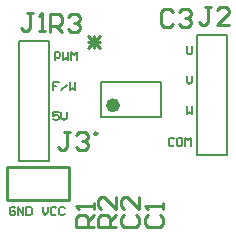
<source format=gto>
G04 Layer_Color=15132400*
%FSLAX25Y25*%
%MOIN*%
G70*
G01*
G75*
%ADD15C,0.01000*%
%ADD24C,0.02362*%
%ADD25C,0.00984*%
%ADD26C,0.00787*%
D15*
X207618Y231988D02*
Y243012D01*
X187146D02*
X207618D01*
X187146Y231988D02*
Y243012D01*
Y231988D02*
X207618D01*
X214000Y286498D02*
X217999Y282500D01*
X214000D02*
X217999Y286498D01*
X214000Y284499D02*
X217999D01*
X215999Y282500D02*
Y286498D01*
X234002Y226999D02*
X233002Y225999D01*
Y224000D01*
X234002Y223000D01*
X238000D01*
X239000Y224000D01*
Y225999D01*
X238000Y226999D01*
X239000Y228998D02*
Y230997D01*
Y229998D01*
X233002D01*
X234002Y228998D01*
X226002Y226999D02*
X225002Y225999D01*
Y224000D01*
X226002Y223000D01*
X230000D01*
X231000Y224000D01*
Y225999D01*
X230000Y226999D01*
X231000Y232997D02*
Y228998D01*
X227001Y232997D01*
X226002D01*
X225002Y231997D01*
Y229998D01*
X226002Y228998D01*
X242499Y294498D02*
X241499Y295498D01*
X239500D01*
X238500Y294498D01*
Y290500D01*
X239500Y289500D01*
X241499D01*
X242499Y290500D01*
X244498Y294498D02*
X245498Y295498D01*
X247497D01*
X248497Y294498D01*
Y293499D01*
X247497Y292499D01*
X246497D01*
X247497D01*
X248497Y291499D01*
Y290500D01*
X247497Y289500D01*
X245498D01*
X244498Y290500D01*
X195649Y294348D02*
X193649D01*
X194649D01*
Y289350D01*
X193649Y288350D01*
X192650D01*
X191650Y289350D01*
X197648Y288350D02*
X199647D01*
X198648D01*
Y294348D01*
X197648Y293348D01*
X255099Y296398D02*
X253099D01*
X254099D01*
Y291400D01*
X253099Y290400D01*
X252100D01*
X251100Y291400D01*
X261097Y290400D02*
X257098D01*
X261097Y294399D01*
Y295398D01*
X260097Y296398D01*
X258098D01*
X257098Y295398D01*
X216000Y223000D02*
X210002D01*
Y225999D01*
X211002Y226999D01*
X213001D01*
X214001Y225999D01*
Y223000D01*
Y224999D02*
X216000Y226999D01*
Y228998D02*
Y230997D01*
Y229998D01*
X210002D01*
X211002Y228998D01*
X223500Y223000D02*
X217502D01*
Y225999D01*
X218502Y226999D01*
X220501D01*
X221501Y225999D01*
Y223000D01*
Y224999D02*
X223500Y226999D01*
Y232997D02*
Y228998D01*
X219501Y232997D01*
X218502D01*
X217502Y231997D01*
Y229998D01*
X218502Y228998D01*
X201500Y288000D02*
Y293998D01*
X204499D01*
X205499Y292998D01*
Y290999D01*
X204499Y289999D01*
X201500D01*
X203499D02*
X205499Y288000D01*
X207498Y292998D02*
X208498Y293998D01*
X210497D01*
X211497Y292998D01*
Y291999D01*
X210497Y290999D01*
X209497D01*
X210497D01*
X211497Y289999D01*
Y289000D01*
X210497Y288000D01*
X208498D01*
X207498Y289000D01*
X207999Y254498D02*
X205999D01*
X206999D01*
Y249500D01*
X205999Y248500D01*
X205000D01*
X204000Y249500D01*
X209998Y253498D02*
X210998Y254498D01*
X212997D01*
X213997Y253498D01*
Y252499D01*
X212997Y251499D01*
X211997D01*
X212997D01*
X213997Y250499D01*
Y249500D01*
X212997Y248500D01*
X210998D01*
X209998Y249500D01*
D24*
X223579Y263531D02*
G03*
X223579Y263531I-1181J0D01*
G01*
D25*
X217181Y254083D02*
G03*
X217181Y254083I-492J0D01*
G01*
D26*
X238539Y259594D02*
Y271406D01*
X218461Y259594D02*
Y271406D01*
X238539D01*
X218461Y259594D02*
X238539D01*
X250500Y287000D02*
X260500D01*
Y247000D02*
Y287000D01*
X250500Y247000D02*
X260500D01*
X250500D02*
Y287000D01*
X191000Y285000D02*
X201000D01*
Y245000D02*
Y285000D01*
X191000Y245000D02*
X201000D01*
X191000D02*
Y285000D01*
X204337Y261255D02*
X202500D01*
Y259877D01*
X203418Y260337D01*
X203877D01*
X204337Y259877D01*
Y258959D01*
X203877Y258500D01*
X202959D01*
X202500Y258959D01*
X205255Y261255D02*
Y259418D01*
X206173Y258500D01*
X207092Y259418D01*
Y261255D01*
X204337Y271255D02*
X202500D01*
Y269878D01*
X203418D01*
X202500D01*
Y268500D01*
X205255D02*
X207092Y270337D01*
X208010Y271255D02*
Y268500D01*
X208928Y269418D01*
X209847Y268500D01*
Y271255D01*
X203000Y278500D02*
Y281255D01*
X204378D01*
X204837Y280796D01*
Y279877D01*
X204378Y279418D01*
X203000D01*
X205755Y281255D02*
Y278500D01*
X206673Y279418D01*
X207592Y278500D01*
Y281255D01*
X208510Y278500D02*
Y281255D01*
X209428Y280337D01*
X210347Y281255D01*
Y278500D01*
X199000Y229755D02*
Y227918D01*
X199918Y227000D01*
X200837Y227918D01*
Y229755D01*
X203592Y229296D02*
X203133Y229755D01*
X202214D01*
X201755Y229296D01*
Y227459D01*
X202214Y227000D01*
X203133D01*
X203592Y227459D01*
X206347Y229296D02*
X205888Y229755D01*
X204969D01*
X204510Y229296D01*
Y227459D01*
X204969Y227000D01*
X205888D01*
X206347Y227459D01*
X189837Y229296D02*
X189377Y229755D01*
X188459D01*
X188000Y229296D01*
Y227459D01*
X188459Y227000D01*
X189377D01*
X189837Y227459D01*
Y228378D01*
X188918D01*
X190755Y227000D02*
Y229755D01*
X192592Y227000D01*
Y229755D01*
X193510D02*
Y227000D01*
X194888D01*
X195347Y227459D01*
Y229296D01*
X194888Y229755D01*
X193510D01*
X242837Y252296D02*
X242377Y252755D01*
X241459D01*
X241000Y252296D01*
Y250459D01*
X241459Y250000D01*
X242377D01*
X242837Y250459D01*
X245132Y252755D02*
X244214D01*
X243755Y252296D01*
Y250459D01*
X244214Y250000D01*
X245132D01*
X245592Y250459D01*
Y252296D01*
X245132Y252755D01*
X246510Y250000D02*
Y252755D01*
X247428Y251837D01*
X248347Y252755D01*
Y250000D01*
X247000Y263255D02*
Y260500D01*
X247918Y261418D01*
X248837Y260500D01*
Y263255D01*
X247000Y273255D02*
Y271418D01*
X247918Y270500D01*
X248837Y271418D01*
Y273255D01*
X247000Y283255D02*
Y280959D01*
X247459Y280500D01*
X248377D01*
X248837Y280959D01*
Y283255D01*
M02*

</source>
